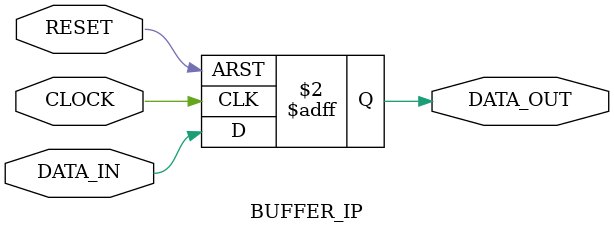
<source format=v>
module BUFFER_IP #(
	parameter WIDTH = 1											// 1-bit wide buffer by default.
	)(
	input							CLOCK		,						// Clock signal for the buffer.
	input							RESET		,						// Reset signal.
	input		  [WIDTH-1 : 0]DATA_IN	,						// Input data, WIDTH-bits wide.
	output reg [WIDTH-1 : 0]DATA_OUT							// Output data, WIDTH-bits wide.
);

always @(posedge CLOCK or posedge RESET)	begin
	if (RESET)	begin												// Asynchronous Reset.
		DATA_OUT <= {WIDTH{1'b0}}	;
	end
	else	begin
		DATA_OUT <= DATA_IN			;							// Output triggered at rising edge of CLOCK.
	end
end

endmodule

</source>
